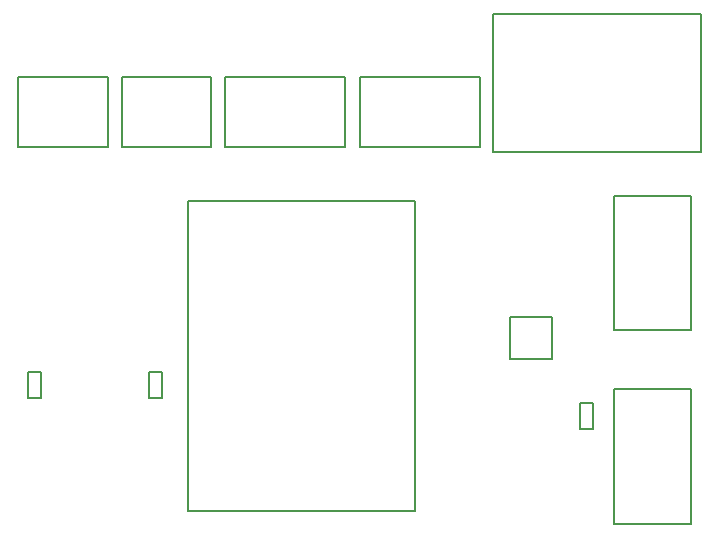
<source format=gbr>
%TF.GenerationSoftware,Altium Limited,Altium Designer,21.4.1 (30)*%
G04 Layer_Color=32896*
%FSLAX25Y25*%
%MOIN*%
%TF.SameCoordinates,82249629-20A9-4E05-8B69-989CC10A5609*%
%TF.FilePolarity,Positive*%
%TF.FileFunction,Other,Top_Courtyard*%
%TF.Part,Single*%
G01*
G75*
%TA.AperFunction,NonConductor*%
%ADD44C,0.00787*%
D44*
X210205Y82559D02*
Y127441D01*
Y82559D02*
X235795D01*
Y127441D01*
X210205D02*
X235795D01*
X68169Y22232D02*
Y125579D01*
Y22232D02*
X143760D01*
Y125579D01*
X68169D02*
X143760D01*
X125618Y167098D02*
X165382D01*
Y143673D02*
Y167098D01*
X125618Y143673D02*
X165382D01*
X125618D02*
Y167098D01*
X46039D02*
X75961D01*
Y143673D02*
Y167098D01*
X46039Y143673D02*
X75961D01*
X46039D02*
Y167098D01*
X210205Y17945D02*
Y62827D01*
Y17945D02*
X235795D01*
Y62827D01*
X210205D02*
X235795D01*
X169854Y188032D02*
X239146D01*
Y141969D02*
Y188032D01*
X169854Y141969D02*
X239146D01*
X169854D02*
Y188032D01*
X198835Y49531D02*
Y58240D01*
X203165D01*
Y49531D02*
Y58240D01*
X198835Y49531D02*
X203165D01*
X80618Y143673D02*
Y167098D01*
Y143673D02*
X120382D01*
Y167098D01*
X80618D02*
X120382D01*
X189587Y72799D02*
Y86972D01*
X175413D02*
X189587D01*
X175413Y72799D02*
Y86972D01*
Y72799D02*
X189587D01*
X11618Y143606D02*
Y167031D01*
Y143606D02*
X41539D01*
Y167031D01*
X11618D02*
X41539D01*
X55335Y59901D02*
X59665D01*
Y68610D01*
X55335D02*
X59665D01*
X55335Y59901D02*
Y68610D01*
X14835Y59901D02*
X19165D01*
Y68610D01*
X14835D02*
X19165D01*
X14835Y59901D02*
Y68610D01*
%TF.MD5,c9baf0ec64adce8c20523e292c19f9a8*%
M02*

</source>
